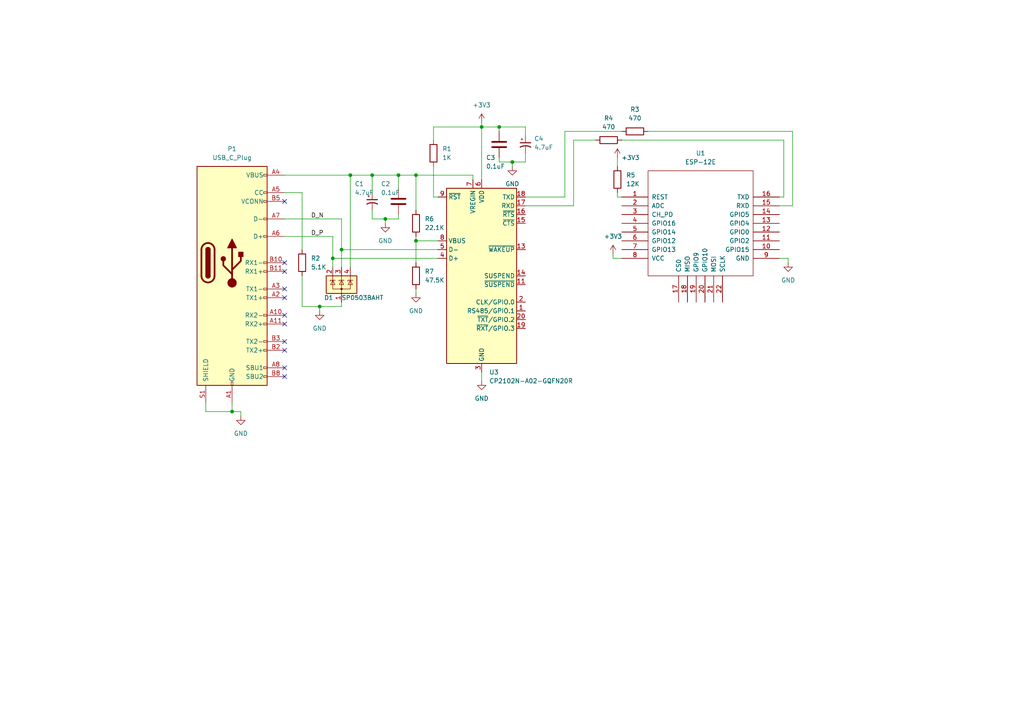
<source format=kicad_sch>
(kicad_sch (version 20230121) (generator eeschema)
  (paper "A4")
  (lib_symbols
    (symbol "Connector:USB_C_Plug" (pin_names (offset 1.016))
      (property "Reference" "P" (at -10.16 29.21 0))
      (property "Value" "USB_C_Plug" (at 10.16 29.21 0))
      (symbol "USB_C_Plug_0_0"
        (rectangle (start -0.254 -35.56) (end 0.254 -34.544))
        (rectangle (start 10.16 -32.766) (end 9.144 -33.274))
        (rectangle (start 10.16 -30.226) (end 9.144 -30.734))
        (rectangle (start 10.16 -25.146) (end 9.144 -25.654))
        (rectangle (start 10.16 -22.606) (end 9.144 -23.114))
        (rectangle (start 10.16 -17.526) (end 9.144 -18.034))
        (rectangle (start 10.16 -14.986) (end 9.144 -15.494))
        (rectangle (start 10.16 -9.906) (end 9.144 -10.414))
        (rectangle (start 10.16 -7.366) (end 9.144 -7.874))
        (rectangle (start 10.16 -2.286) (end 9.144 -2.794))
        (rectangle (start 10.16 0.254) (end 9.144 -0.254))
        (rectangle (start 10.16 7.874) (end 9.144 7.366))
        (rectangle (start 10.16 12.954) (end 9.144 12.446))
        (rectangle (start 10.16 18.034) (end 9.144 17.526))
        (rectangle (start 10.16 20.574) (end 9.144 20.066))
        (rectangle (start 10.16 25.654) (end 9.144 25.146))
      )
      (symbol "USB_C_Plug_0_1"
        (rectangle (start -10.16 27.94) (end 10.16 -35.56) (stroke (width 0.254)) (fill (type background)))
        (arc (start -8.89 -3.81) (mid -6.985 -5.7067) (end -5.08 -3.81) (stroke (width 0.508)))
        (arc (start -7.62 -3.81) (mid -6.985 -4.4423) (end -6.35 -3.81) (stroke (width 0.254)))
        (arc (start -7.62 -3.81) (mid -6.985 -4.4423) (end -6.35 -3.81) (stroke (width 0.254)) (fill (type outline)))
        (rectangle (start -7.62 -3.81) (end -6.35 3.81) (stroke (width 0.254)) (fill (type outline)))
        (arc (start -6.35 3.81) (mid -6.985 4.4423) (end -7.62 3.81) (stroke (width 0.254)))
        (arc (start -6.35 3.81) (mid -6.985 4.4423) (end -7.62 3.81) (stroke (width 0.254)) (fill (type outline)))
        (arc (start -5.08 3.81) (mid -6.985 5.7067) (end -8.89 3.81) (stroke (width 0.508)))
        (polyline (pts (xy -8.89 -3.81) (xy -8.89 3.81)) (stroke (width 0.508)))
        (polyline (pts (xy -5.08 3.81) (xy -5.08 -3.81)) (stroke (width 0.508)))
      )
      (symbol "USB_C_Plug_1_1"
        (circle (center -2.54 1.143) (radius 0.635) (stroke (width 0.254)) (fill (type outline)))
        (circle (center 0 -5.842) (radius 1.27) (fill (type outline)))
        (polyline (pts (xy 0 -5.842) (xy 0 4.318)) (stroke (width 0.508)))
        (polyline (pts (xy 0 -3.302) (xy -2.54 -0.762) (xy -2.54 0.508)) (stroke (width 0.508)))
        (polyline (pts (xy 0 -2.032) (xy 2.54 0.508) (xy 2.54 1.778)) (stroke (width 0.508)))
        (polyline (pts (xy -1.27 4.318) (xy 0 6.858) (xy 1.27 4.318) (xy -1.27 4.318)) (stroke (width 0.254)) (fill (type outline)))
        (rectangle (start 1.905 1.778) (end 3.175 3.048) (stroke (width 0.254)) (fill (type outline)))
        (pin passive line (at 0 -40.64 90) (length 5.08) (name "GND") (number "A1"))
        (pin bidirectional line (at 15.24 -15.24 180) (length 5.08) (name "RX2-") (number "A10"))
        (pin bidirectional line (at 15.24 -17.78 180) (length 5.08) (name "RX2+") (number "A11"))
        (pin passive line (at 0 -40.64 90) (length 5.08) hide (name "GND") (number "A12"))
        (pin bidirectional line (at 15.24 -10.16 180) (length 5.08) (name "TX1+") (number "A2"))
        (pin bidirectional line (at 15.24 -7.62 180) (length 5.08) (name "TX1-") (number "A3"))
        (pin passive line (at 15.24 25.4 180) (length 5.08) (name "VBUS") (number "A4"))
        (pin bidirectional line (at 15.24 20.32 180) (length 5.08) (name "CC") (number "A5"))
        (pin bidirectional line (at 15.24 7.62 180) (length 5.08) (name "D+") (number "A6"))
        (pin bidirectional line (at 15.24 12.7 180) (length 5.08) (name "D-") (number "A7"))
        (pin bidirectional line (at 15.24 -30.48 180) (length 5.08) (name "SBU1") (number "A8"))
        (pin passive line (at 15.24 25.4 180) (length 5.08) hide (name "VBUS") (number "A9"))
        (pin passive line (at 0 -40.64 90) (length 5.08) hide (name "GND") (number "B1"))
        (pin bidirectional line (at 15.24 0 180) (length 5.08) (name "RX1-") (number "B10"))
        (pin bidirectional line (at 15.24 -2.54 180) (length 5.08) (name "RX1+") (number "B11"))
        (pin passive line (at 0 -40.64 90) (length 5.08) hide (name "GND") (number "B12"))
        (pin bidirectional line (at 15.24 -25.4 180) (length 5.08) (name "TX2+") (number "B2"))
        (pin bidirectional line (at 15.24 -22.86 180) (length 5.08) (name "TX2-") (number "B3"))
        (pin passive line (at 15.24 25.4 180) (length 5.08) hide (name "VBUS") (number "B4"))
        (pin bidirectional line (at 15.24 17.78 180) (length 5.08) (name "VCONN") (number "B5"))
        (pin bidirectional line (at 15.24 -33.02 180) (length 5.08) (name "SBU2") (number "B8"))
        (pin passive line (at 15.24 25.4 180) (length 5.08) hide (name "VBUS") (number "B9"))
        (pin passive line (at -7.62 -40.64 90) (length 5.08) (name "SHIELD") (number "S1"))
      )
    )
    (symbol "Device:C" (pin_numbers hide) (pin_names (offset 0.254))
      (property "Reference" "C" (at 0.635 2.54 0))
      (property "Value" "C" (at 0.635 -2.54 0))
      (symbol "C_0_1"
        (polyline (pts (xy -2.032 -0.762) (xy 2.032 -0.762)) (stroke (width 0.508)))
        (polyline (pts (xy -2.032 0.762) (xy 2.032 0.762)) (stroke (width 0.508)))
      )
      (symbol "C_1_1"
        (pin passive line (at 0 3.81 270) (length 2.794) (name "~") (number "1"))
        (pin passive line (at 0 -3.81 90) (length 2.794) (name "~") (number "2"))
      )
    )
    (symbol "Device:C_Polarized_Small_US" (pin_numbers hide) (pin_names (offset 0.254) hide)
      (property "Reference" "C" (at 0.254 1.778 0))
      (property "Value" "C_Polarized_Small_US" (at 0.254 -2.032 0))
      (symbol "C_Polarized_Small_US_0_1"
        (polyline (pts (xy -1.524 0.508) (xy 1.524 0.508)) (stroke (width 0.3048)))
        (polyline (pts (xy -1.27 1.524) (xy -0.762 1.524)))
        (polyline (pts (xy -1.016 1.27) (xy -1.016 1.778)))
        (arc (start 1.524 -0.762) (mid 0 -0.3734) (end -1.524 -0.762) (stroke (width 0.3048)))
      )
      (symbol "C_Polarized_Small_US_1_1"
        (pin passive line (at 0 2.54 270) (length 2.032) (name "~") (number "1"))
        (pin passive line (at 0 -2.54 90) (length 2.032) (name "~") (number "2"))
      )
    )
    (symbol "Device:R" (pin_numbers hide) (pin_names (offset 0))
      (property "Reference" "R" (at 2.032 0 90))
      (property "Value" "R" (at 0 0 90))
      (symbol "R_0_1"
        (rectangle (start -1.016 -2.54) (end 1.016 2.54) (stroke (width 0.254)))
      )
      (symbol "R_1_1"
        (pin passive line (at 0 3.81 270) (length 1.27) (name "~") (number "1"))
        (pin passive line (at 0 -3.81 90) (length 1.27) (name "~") (number "2"))
      )
    )
    (symbol "ESP8266:ESP-12E" (pin_names (offset 1.016))
      (property "Reference" "U" (at 0 -2.54 0))
      (property "Value" "ESP-12E" (at 0 2.54 0))
      (symbol "ESP-12E_1_0"
        (rectangle (start -15.24 -15.24) (end 15.24 15.24))
      )
      (symbol "ESP-12E_1_1"
        (pin input line (at -22.86 7.62 0) (length 7.62) (name "REST") (number "1"))
        (pin bidirectional line (at 22.86 -7.62 180) (length 7.62) (name "GPIO15") (number "10"))
        (pin bidirectional line (at 22.86 -5.08 180) (length 7.62) (name "GPIO2") (number "11"))
        (pin bidirectional line (at 22.86 -2.54 180) (length 7.62) (name "GPIO0") (number "12"))
        (pin bidirectional line (at 22.86 0 180) (length 7.62) (name "GPIO4") (number "13"))
        (pin bidirectional line (at 22.86 2.54 180) (length 7.62) (name "GPIO5") (number "14"))
        (pin input line (at 22.86 5.08 180) (length 7.62) (name "RXD") (number "15"))
        (pin output line (at 22.86 7.62 180) (length 7.62) (name "TXD") (number "16"))
        (pin bidirectional line (at -6.35 -22.86 90) (length 7.62) (name "CS0") (number "17"))
        (pin bidirectional line (at -3.81 -22.86 90) (length 7.62) (name "MISO") (number "18"))
        (pin bidirectional line (at -1.27 -22.86 90) (length 7.62) (name "GPIO9") (number "19"))
        (pin passive line (at -22.86 5.08 0) (length 7.62) (name "ADC") (number "2"))
        (pin bidirectional line (at 1.27 -22.86 90) (length 7.62) (name "GPIO10") (number "20"))
        (pin bidirectional line (at 3.81 -22.86 90) (length 7.62) (name "MOSI") (number "21"))
        (pin bidirectional line (at 6.35 -22.86 90) (length 7.62) (name "SCLK") (number "22"))
        (pin input line (at -22.86 2.54 0) (length 7.62) (name "CH_PD") (number "3"))
        (pin bidirectional line (at -22.86 0 0) (length 7.62) (name "GPIO16") (number "4"))
        (pin bidirectional line (at -22.86 -2.54 0) (length 7.62) (name "GPIO14") (number "5"))
        (pin bidirectional line (at -22.86 -5.08 0) (length 7.62) (name "GPIO12") (number "6"))
        (pin bidirectional line (at -22.86 -7.62 0) (length 7.62) (name "GPIO13") (number "7"))
        (pin power_in line (at -22.86 -10.16 0) (length 7.62) (name "VCC") (number "8"))
        (pin power_in line (at 22.86 -10.16 180) (length 7.62) (name "GND") (number "9"))
      )
    )
    (symbol "Interface_USB:CP2102N-Axx-xQFN20"
      (property "Reference" "U" (at -8.89 26.67 0))
      (property "Value" "CP2102N-Axx-xQFN20" (at 12.7 26.67 0))
      (symbol "CP2102N-Axx-xQFN20_0_1"
        (rectangle (start -10.16 25.4) (end 10.16 -25.4) (stroke (width 0.254)) (fill (type background)))
      )
      (symbol "CP2102N-Axx-xQFN20_1_1"
        (pin bidirectional line (at 12.7 -10.16 180) (length 2.54) (name "RS485/GPIO.1") (number "1"))
        (pin no_connect line (at -10.16 -22.86 0) (length 2.54) hide (name "NC") (number "10"))
        (pin output line (at 12.7 -2.54 180) (length 2.54) (name "~{SUSPEND}") (number "11"))
        (pin passive line (at 0 -27.94 90) (length 2.54) hide (name "GND") (number "12"))
        (pin input line (at 12.7 7.62 180) (length 2.54) (name "~{WAKEUP}") (number "13"))
        (pin output line (at 12.7 0 180) (length 2.54) (name "SUSPEND") (number "14"))
        (pin input line (at 12.7 15.24 180) (length 2.54) (name "~{CTS}") (number "15"))
        (pin output line (at 12.7 17.78 180) (length 2.54) (name "~{RTS}") (number "16"))
        (pin input line (at 12.7 20.32 180) (length 2.54) (name "RXD") (number "17"))
        (pin output line (at 12.7 22.86 180) (length 2.54) (name "TXD") (number "18"))
        (pin bidirectional line (at 12.7 -15.24 180) (length 2.54) (name "~{RXT}/GPIO.3") (number "19"))
        (pin bidirectional line (at 12.7 -7.62 180) (length 2.54) (name "CLK/GPIO.0") (number "2"))
        (pin bidirectional line (at 12.7 -12.7 180) (length 2.54) (name "~{TXT}/GPIO.2") (number "20"))
        (pin passive line (at 0 -27.94 90) (length 2.54) hide (name "GND") (number "21"))
        (pin power_in line (at 0 -27.94 90) (length 2.54) (name "GND") (number "3"))
        (pin bidirectional line (at -12.7 5.08 0) (length 2.54) (name "D+") (number "4"))
        (pin bidirectional line (at -12.7 7.62 0) (length 2.54) (name "D-") (number "5"))
        (pin power_in line (at 0 27.94 270) (length 2.54) (name "VDD") (number "6"))
        (pin power_in line (at -2.54 27.94 270) (length 2.54) (name "VREGIN") (number "7"))
        (pin input line (at -12.7 10.16 0) (length 2.54) (name "VBUS") (number "8"))
        (pin input line (at -12.7 22.86 0) (length 2.54) (name "~{RST}") (number "9"))
      )
    )
    (symbol "Power_Protection:SP0503BAHT" (pin_names hide)
      (property "Reference" "D" (at 5.715 2.54 0))
      (property "Value" "SP0503BAHT" (at 5.715 0.635 0))
      (symbol "SP0503BAHT_0_0"
        (pin passive line (at 0 -5.08 90) (length 2.54) (name "A") (number "1"))
      )
      (symbol "SP0503BAHT_0_1"
        (rectangle (start -4.445 2.54) (end 4.445 -2.54) (stroke (width 0.254)) (fill (type background)))
        (circle (center 0 -1.27) (radius 0.254) (fill (type outline)))
        (polyline (pts (xy -2.54 2.54) (xy -2.54 1.27)))
        (polyline (pts (xy 0 -1.27) (xy 0 -2.54)))
        (polyline (pts (xy 0 -1.27) (xy 0 1.27)))
        (polyline (pts (xy 0 2.54) (xy 0 1.27)))
        (polyline (pts (xy 0.635 1.27) (xy 0.762 1.27)))
        (polyline (pts (xy 2.54 2.54) (xy 2.54 1.27)))
        (polyline (pts (xy 0.635 1.27) (xy -0.762 1.27) (xy -0.762 1.016)))
        (polyline (pts (xy -3.302 1.016) (xy -3.302 1.27) (xy -1.905 1.27) (xy -1.778 1.27)))
        (polyline (pts (xy -2.54 1.27) (xy -2.54 -1.27) (xy 2.54 -1.27) (xy 2.54 1.27)))
        (polyline (pts (xy -2.54 1.27) (xy -1.905 0) (xy -3.175 0) (xy -2.54 1.27)))
        (polyline (pts (xy 0.635 0) (xy -0.635 0) (xy 0 1.27) (xy 0.635 0)))
        (polyline (pts (xy 1.778 1.016) (xy 1.778 1.27) (xy 3.175 1.27) (xy 3.302 1.27)))
        (polyline (pts (xy 2.54 1.27) (xy 1.905 0) (xy 3.175 0) (xy 2.54 1.27)))
      )
      (symbol "SP0503BAHT_1_1"
        (pin passive line (at -2.54 5.08 270) (length 2.54) (name "K") (number "2"))
        (pin passive line (at 0 5.08 270) (length 2.54) (name "K") (number "3"))
        (pin passive line (at 2.54 5.08 270) (length 2.54) (name "K") (number "4"))
      )
    )
    (symbol "power:+3V3" (power) (pin_names (offset 0))
      (property "Value" "+3V3" (at 0 3.556 0))
      (symbol "+3V3_0_1"
        (polyline (pts (xy -0.762 1.27) (xy 0 2.54)))
        (polyline (pts (xy 0 0) (xy 0 2.54)))
        (polyline (pts (xy 0 2.54) (xy 0.762 1.27)))
      )
      (symbol "+3V3_1_1"
        (pin power_in line (at 0 0 90) (length 0) hide (name "+3V3") (number "1"))
      )
    )
    (symbol "power:GND" (power) (pin_names (offset 0))
      (property "Value" "GND" (at 0 -3.81 0))
      (symbol "GND_0_1"
        (polyline (pts (xy 0 0) (xy 0 -1.27) (xy 1.27 -1.27) (xy 0 -2.54) (xy -1.27 -1.27) (xy 0 -1.27)))
      )
      (symbol "GND_1_1"
        (pin power_in line (at 0 0 270) (length 0) hide (name "GND") (number "1"))
      )
    )
  )
  (junction (at 107.95 50.8))
  (junction (at 120.65 69.85))
  (junction (at 148.59 46.99))
  (junction (at 144.78 36.83))
  (junction (at 111.76 63.5))
  (junction (at 92.71 88.9))
  (junction (at 120.65 50.8))
  (junction (at 99.06 72.39))
  (junction (at 67.31 119.38))
  (junction (at 101.6 50.8))
  (junction (at 96.52 74.93))
  (junction (at 139.7 36.83))
  (junction (at 115.57 50.8))
  (no_connect (at 82.55 83.82))
  (no_connect (at 82.55 86.36))
  (no_connect (at 82.55 58.42))
  (no_connect (at 82.55 101.6))
  (no_connect (at 82.55 106.68))
  (no_connect (at 82.55 78.74))
  (no_connect (at 82.55 91.44))
  (no_connect (at 82.55 76.2))
  (no_connect (at 82.55 109.22))
  (no_connect (at 82.55 93.98))
  (no_connect (at 82.55 99.06))
  (wire (pts (xy 111.76 63.5) (xy 115.57 63.5)))
  (wire (pts (xy 96.52 74.93) (xy 127 74.93)))
  (wire (pts (xy 144.78 38.1) (xy 144.78 36.83)))
  (wire (pts (xy 120.65 83.82) (xy 120.65 85.09)))
  (wire (pts (xy 111.76 64.77) (xy 111.76 63.5)))
  (wire (pts (xy 101.6 50.8) (xy 101.6 77.47)))
  (wire (pts (xy 82.55 50.8) (xy 101.6 50.8)))
  (wire (pts (xy 82.55 55.88) (xy 87.63 55.88)))
  (wire (pts (xy 180.34 57.15) (xy 179.07 57.15)))
  (wire (pts (xy 179.07 57.15) (xy 179.07 55.88)))
  (wire (pts (xy 139.7 36.83) (xy 144.78 36.83)))
  (wire (pts (xy 115.57 62.23) (xy 115.57 63.5)))
  (wire (pts (xy 59.69 116.84) (xy 59.69 119.38)))
  (wire (pts (xy 179.07 45.72) (xy 179.07 48.26)))
  (wire (pts (xy 115.57 50.8) (xy 115.57 54.61)))
  (wire (pts (xy 107.95 50.8) (xy 115.57 50.8)))
  (wire (pts (xy 227.33 57.15) (xy 227.33 40.64)))
  (wire (pts (xy 127 57.15) (xy 125.73 57.15)))
  (wire (pts (xy 59.69 119.38) (xy 67.31 119.38)))
  (wire (pts (xy 99.06 72.39) (xy 127 72.39)))
  (wire (pts (xy 144.78 46.99) (xy 148.59 46.99)))
  (wire (pts (xy 99.06 63.5) (xy 99.06 72.39)))
  (wire (pts (xy 148.59 46.99) (xy 148.59 48.26)))
  (wire (pts (xy 107.95 60.96) (xy 107.95 63.5)))
  (wire (pts (xy 187.96 38.1) (xy 229.87 38.1)))
  (wire (pts (xy 115.57 50.8) (xy 120.65 50.8)))
  (wire (pts (xy 144.78 45.72) (xy 144.78 46.99)))
  (wire (pts (xy 172.72 40.64) (xy 166.37 40.64)))
  (wire (pts (xy 67.31 119.38) (xy 69.85 119.38)))
  (wire (pts (xy 99.06 72.39) (xy 99.06 77.47)))
  (wire (pts (xy 107.95 50.8) (xy 107.95 55.88)))
  (wire (pts (xy 125.73 40.64) (xy 125.73 36.83)))
  (wire (pts (xy 139.7 36.83) (xy 139.7 52.07)))
  (wire (pts (xy 69.85 119.38) (xy 69.85 120.65)))
  (wire (pts (xy 125.73 48.26) (xy 125.73 57.15)))
  (wire (pts (xy 177.8 74.93) (xy 177.8 73.66)))
  (wire (pts (xy 92.71 88.9) (xy 99.06 88.9)))
  (wire (pts (xy 120.65 69.85) (xy 120.65 76.2)))
  (wire (pts (xy 227.33 57.15) (xy 226.06 57.15)))
  (wire (pts (xy 87.63 80.01) (xy 87.63 88.9)))
  (wire (pts (xy 166.37 59.69) (xy 152.4 59.69)))
  (wire (pts (xy 87.63 88.9) (xy 92.71 88.9)))
  (wire (pts (xy 148.59 46.99) (xy 152.4 46.99)))
  (wire (pts (xy 87.63 55.88) (xy 87.63 72.39)))
  (wire (pts (xy 101.6 50.8) (xy 107.95 50.8)))
  (wire (pts (xy 82.55 63.5) (xy 99.06 63.5)))
  (wire (pts (xy 120.65 50.8) (xy 120.65 60.96)))
  (wire (pts (xy 107.95 63.5) (xy 111.76 63.5)))
  (wire (pts (xy 152.4 57.15) (xy 163.83 57.15)))
  (wire (pts (xy 99.06 87.63) (xy 99.06 88.9)))
  (wire (pts (xy 227.33 40.64) (xy 180.34 40.64)))
  (wire (pts (xy 139.7 35.56) (xy 139.7 36.83)))
  (wire (pts (xy 180.34 74.93) (xy 177.8 74.93)))
  (wire (pts (xy 120.65 69.85) (xy 127 69.85)))
  (wire (pts (xy 120.65 68.58) (xy 120.65 69.85)))
  (wire (pts (xy 96.52 68.58) (xy 96.52 74.93)))
  (wire (pts (xy 144.78 36.83) (xy 152.4 36.83)))
  (wire (pts (xy 92.71 88.9) (xy 92.71 90.17)))
  (wire (pts (xy 139.7 107.95) (xy 139.7 110.49)))
  (wire (pts (xy 229.87 38.1) (xy 229.87 59.69)))
  (wire (pts (xy 152.4 44.45) (xy 152.4 46.99)))
  (wire (pts (xy 228.6 74.93) (xy 228.6 76.2)))
  (wire (pts (xy 229.87 59.69) (xy 226.06 59.69)))
  (wire (pts (xy 166.37 40.64) (xy 166.37 59.69)))
  (wire (pts (xy 67.31 116.84) (xy 67.31 119.38)))
  (wire (pts (xy 152.4 39.37) (xy 152.4 36.83)))
  (wire (pts (xy 82.55 68.58) (xy 96.52 68.58)))
  (wire (pts (xy 96.52 74.93) (xy 96.52 77.47)))
  (wire (pts (xy 125.73 36.83) (xy 139.7 36.83)))
  (wire (pts (xy 163.83 38.1) (xy 180.34 38.1)))
  (wire (pts (xy 137.16 50.8) (xy 137.16 52.07)))
  (wire (pts (xy 226.06 74.93) (xy 228.6 74.93)))
  (wire (pts (xy 163.83 57.15) (xy 163.83 38.1)))
  (wire (pts (xy 120.65 50.8) (xy 137.16 50.8)))
  (label "D_N" (at 90.17 63.5 0))
  (label "D_P" (at 90.17 68.58 0))
  (symbol (lib_id "Device:R") (at 184.15 38.1 90) (unit 1)
    (property "Reference" "R3" (at 184.15 31.75 90))
    (property "Value" "470" (at 184.15 34.29 90))
    (property "Footprint" "Resistor_SMD:R_0805_2012Metric" (effects hide))
  )
  (symbol (lib_id "Device:R") (at 120.65 64.77 0) (unit 1)
    (property "Reference" "R6" (at 123.19 63.5 0) (effects (justify left)))
    (property "Value" "22.1K" (at 123.19 66.04 0) (effects (justify left)))
    (property "Footprint" "Resistor_SMD:R_0805_2012Metric" (effects hide))
  )
  (symbol (lib_id "power:GND") (at 139.7 110.49 0) (unit 1)
    (property "Reference" "#PWR03" (effects hide))
    (property "Value" "GND" (at 139.7 115.57 0))
  )
  (symbol (lib_id "Connector:USB_C_Plug") (at 67.31 76.2 0) (unit 1)
    (property "Reference" "P1" (at 67.31 43.18 0))
    (property "Value" "USB_C_Plug" (at 67.31 45.72 0))
    (property "Footprint" "Connector_USB:USB_C_Plug_JAE_DX07P024AJ1" (effects hide))
    (property "Datasheet" "https://www.usb.org/sites/default/files/documents/usb_type-c.zip" (effects hide))
  )
  (symbol (lib_id "power:GND") (at 120.65 85.09 0) (unit 1)
    (property "Reference" "#PWR010" (effects hide))
    (property "Value" "GND" (at 120.65 90.17 0))
  )
  (symbol (lib_id "Device:R") (at 179.07 52.07 0) (unit 1)
    (property "Reference" "R5" (at 181.61 50.8 0) (effects (justify left)))
    (property "Value" "12K" (at 181.61 53.34 0) (effects (justify left)))
    (property "Footprint" "Resistor_SMD:R_0805_2012Metric" (effects hide))
  )
  (symbol (lib_id "Device:C") (at 144.78 41.91 0) (unit 1)
    (property "Reference" "C3" (at 140.97 45.72 0) (effects (justify left)))
    (property "Value" "0.1uF" (at 140.97 48.26 0) (effects (justify left)))
    (property "Footprint" "Capacitor_SMD:C_0805_2012Metric" (effects hide))
  )
  (symbol (lib_id "Device:C") (at 115.57 58.42 0) (unit 1)
    (property "Reference" "C2" (at 110.49 53.34 0) (effects (justify left)))
    (property "Value" "0.1uF" (at 110.49 55.88 0) (effects (justify left)))
    (property "Footprint" "Capacitor_SMD:C_0805_2012Metric" (effects hide))
  )
  (symbol (lib_id "Interface_USB:CP2102N-Axx-xQFN20") (at 139.7 80.01 0) (unit 1)
    (property "Reference" "U3" (at 141.8941 107.95 0) (effects (justify left)))
    (property "Value" "CP2102N-A02-GQFN20R" (at 141.8941 110.49 0) (effects (justify left)))
    (property "Footprint" "Package_DFN_QFN:SiliconLabs_QFN-20-1EP_3x3mm_P0.5mm_EP1.8x1.8mm" (effects hide))
    (property "Datasheet" "https://www.silabs.com/documents/public/data-sheets/cp2102n-datasheet.pdf" (effects hide))
  )
  (symbol (lib_id "power:GND") (at 228.6 76.2 0) (unit 1)
    (property "Reference" "#PWR05" (effects hide))
    (property "Value" "GND" (at 228.6 81.28 0))
  )
  (symbol (lib_id "power:GND") (at 92.71 90.17 0) (unit 1)
    (property "Reference" "#PWR06" (effects hide))
    (property "Value" "GND" (at 92.71 95.25 0))
  )
  (symbol (lib_id "power:+3V3") (at 139.7 35.56 0) (unit 1)
    (property "Reference" "#PWR01" (effects hide))
    (property "Value" "+3V3" (at 139.7 30.48 0))
  )
  (symbol (lib_id "Device:R") (at 176.53 40.64 90) (unit 1)
    (property "Reference" "R4" (at 176.53 34.29 90))
    (property "Value" "470" (at 176.53 36.83 90))
    (property "Footprint" "Resistor_SMD:R_0805_2012Metric" (effects hide))
  )
  (symbol (lib_id "power:+3V3") (at 179.07 45.72 0) (unit 1)
    (property "Reference" "#PWR08" (effects hide))
    (property "Value" "+3V3" (at 182.88 45.72 0))
  )
  (symbol (lib_id "power:GND") (at 148.59 48.26 0) (unit 1)
    (property "Reference" "#PWR07" (effects hide))
    (property "Value" "GND" (at 148.59 53.34 0))
  )
  (symbol (lib_id "Device:C_Polarized_Small_US") (at 152.4 41.91 0) (unit 1)
    (property "Reference" "C4" (at 154.94 40.2082 0) (effects (justify left)))
    (property "Value" "4.7uF" (at 154.94 42.7482 0) (effects (justify left)))
    (property "Footprint" "Capacitor_SMD:C_0805_2012Metric" (effects hide))
  )
  (symbol (lib_id "power:GND") (at 69.85 120.65 0) (unit 1)
    (property "Reference" "#PWR04" (effects hide))
    (property "Value" "GND" (at 69.85 125.73 0))
  )
  (symbol (lib_id "power:GND") (at 111.76 64.77 0) (unit 1)
    (property "Reference" "#PWR09" (effects hide))
    (property "Value" "GND" (at 111.76 69.85 0))
  )
  (symbol (lib_id "power:+3V3") (at 177.8 73.66 0) (unit 1)
    (property "Reference" "#PWR02" (effects hide))
    (property "Value" "+3V3" (at 177.8 68.58 0))
  )
  (symbol (lib_id "Device:R") (at 120.65 80.01 0) (unit 1)
    (property "Reference" "R7" (at 123.19 78.74 0) (effects (justify left)))
    (property "Value" "47.5K" (at 123.19 81.28 0) (effects (justify left)))
    (property "Footprint" "Resistor_SMD:R_0805_2012Metric" (effects hide))
  )
  (symbol (lib_id "Power_Protection:SP0503BAHT") (at 99.06 82.55 0) (unit 1)
    (property "Reference" "D1" (at 93.98 86.36 0) (effects (justify left)))
    (property "Value" "SP0503BAHT" (at 99.06 86.36 0) (effects (justify left)))
    (property "Footprint" "Package_TO_SOT_SMD:SOT-143" (effects hide))
    (property "Datasheet" "http://www.littelfuse.com/~/media/files/littelfuse/technical%20resources/documents/data%20sheets/sp05xxba.pdf" (effects hide))
  )
  (symbol (lib_id "Device:R") (at 125.73 44.45 0) (unit 1)
    (property "Reference" "R1" (at 128.27 43.18 0) (effects (justify left)))
    (property "Value" "1K" (at 128.27 45.72 0) (effects (justify left)))
    (property "Footprint" "Resistor_SMD:R_0805_2012Metric" (effects hide))
  )
  (symbol (lib_id "Device:C_Polarized_Small_US") (at 107.95 58.42 0) (unit 1)
    (property "Reference" "C1" (at 102.87 53.34 0) (effects (justify left)))
    (property "Value" "4.7uF" (at 102.87 55.88 0) (effects (justify left)))
    (property "Footprint" "Capacitor_SMD:C_0805_2012Metric" (effects hide))
  )
  (symbol (lib_id "Device:R") (at 87.63 76.2 0) (unit 1)
    (property "Reference" "R2" (at 90.17 74.93 0) (effects (justify left)))
    (property "Value" "5.1K" (at 90.17 77.47 0) (effects (justify left)))
    (property "Footprint" "Resistor_SMD:R_0805_2012Metric" (effects hide))
  )
  (symbol (lib_id "ESP8266:ESP-12E") (at 203.2 64.77 0) (unit 1)
    (property "Reference" "U1" (at 203.2 44.45 0))
    (property "Value" "ESP-12E" (at 203.2 46.99 0))
    (property "Footprint" "ESP8266:ESP-12E_SMD" (effects hide))
    (property "Datasheet" "http://l0l.org.uk/2014/12/esp8266-modules-hardware-guide-gotta-catch-em-all/" (effects hide))
  )
)
</source>
